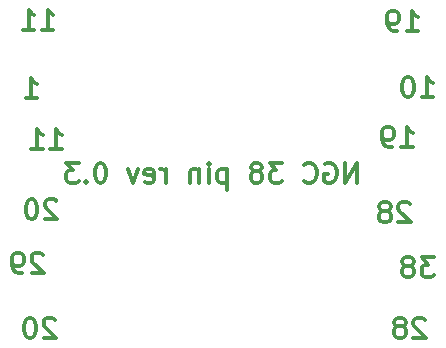
<source format=gbo>
G04 (created by PCBNEW (2013-07-07 BZR 4022)-stable) date 17/06/2015 19:17:38*
%MOIN*%
G04 Gerber Fmt 3.4, Leading zero omitted, Abs format*
%FSLAX34Y34*%
G01*
G70*
G90*
G04 APERTURE LIST*
%ADD10C,0.00590551*%
%ADD11C,0.011811*%
G04 APERTURE END LIST*
G54D10*
G54D11*
X53509Y-63890D02*
X53478Y-63858D01*
X53414Y-63826D01*
X53254Y-63826D01*
X53191Y-63858D01*
X53159Y-63890D01*
X53127Y-63954D01*
X53127Y-64017D01*
X53159Y-64113D01*
X53541Y-64495D01*
X53127Y-64495D01*
X52713Y-63826D02*
X52649Y-63826D01*
X52585Y-63858D01*
X52553Y-63890D01*
X52521Y-63954D01*
X52490Y-64081D01*
X52490Y-64240D01*
X52521Y-64368D01*
X52553Y-64432D01*
X52585Y-64464D01*
X52649Y-64495D01*
X52713Y-64495D01*
X52776Y-64464D01*
X52808Y-64432D01*
X52840Y-64368D01*
X52872Y-64240D01*
X52872Y-64081D01*
X52840Y-63954D01*
X52808Y-63890D01*
X52776Y-63858D01*
X52713Y-63826D01*
X53559Y-59940D02*
X53528Y-59908D01*
X53464Y-59876D01*
X53304Y-59876D01*
X53241Y-59908D01*
X53209Y-59940D01*
X53177Y-60004D01*
X53177Y-60067D01*
X53209Y-60163D01*
X53591Y-60545D01*
X53177Y-60545D01*
X52763Y-59876D02*
X52699Y-59876D01*
X52635Y-59908D01*
X52603Y-59940D01*
X52571Y-60004D01*
X52540Y-60131D01*
X52540Y-60290D01*
X52571Y-60418D01*
X52603Y-60482D01*
X52635Y-60514D01*
X52699Y-60545D01*
X52763Y-60545D01*
X52826Y-60514D01*
X52858Y-60482D01*
X52890Y-60418D01*
X52922Y-60290D01*
X52922Y-60131D01*
X52890Y-60004D01*
X52858Y-59940D01*
X52826Y-59908D01*
X52763Y-59876D01*
X65834Y-63890D02*
X65803Y-63858D01*
X65739Y-63826D01*
X65579Y-63826D01*
X65516Y-63858D01*
X65484Y-63890D01*
X65452Y-63954D01*
X65452Y-64017D01*
X65484Y-64113D01*
X65866Y-64495D01*
X65452Y-64495D01*
X65070Y-64113D02*
X65133Y-64081D01*
X65165Y-64049D01*
X65197Y-63985D01*
X65197Y-63954D01*
X65165Y-63890D01*
X65133Y-63858D01*
X65070Y-63826D01*
X64942Y-63826D01*
X64878Y-63858D01*
X64846Y-63890D01*
X64815Y-63954D01*
X64815Y-63985D01*
X64846Y-64049D01*
X64878Y-64081D01*
X64942Y-64113D01*
X65070Y-64113D01*
X65133Y-64145D01*
X65165Y-64177D01*
X65197Y-64240D01*
X65197Y-64368D01*
X65165Y-64432D01*
X65133Y-64464D01*
X65070Y-64495D01*
X64942Y-64495D01*
X64878Y-64464D01*
X64846Y-64432D01*
X64815Y-64368D01*
X64815Y-64240D01*
X64846Y-64177D01*
X64878Y-64145D01*
X64942Y-64113D01*
X65334Y-60040D02*
X65303Y-60008D01*
X65239Y-59976D01*
X65079Y-59976D01*
X65016Y-60008D01*
X64984Y-60040D01*
X64952Y-60104D01*
X64952Y-60167D01*
X64984Y-60263D01*
X65366Y-60645D01*
X64952Y-60645D01*
X64570Y-60263D02*
X64633Y-60231D01*
X64665Y-60199D01*
X64697Y-60135D01*
X64697Y-60104D01*
X64665Y-60040D01*
X64633Y-60008D01*
X64570Y-59976D01*
X64442Y-59976D01*
X64378Y-60008D01*
X64346Y-60040D01*
X64315Y-60104D01*
X64315Y-60135D01*
X64346Y-60199D01*
X64378Y-60231D01*
X64442Y-60263D01*
X64570Y-60263D01*
X64633Y-60295D01*
X64665Y-60327D01*
X64697Y-60390D01*
X64697Y-60518D01*
X64665Y-60582D01*
X64633Y-60614D01*
X64570Y-60645D01*
X64442Y-60645D01*
X64378Y-60614D01*
X64346Y-60582D01*
X64315Y-60518D01*
X64315Y-60390D01*
X64346Y-60327D01*
X64378Y-60295D01*
X64442Y-60263D01*
X53109Y-61740D02*
X53078Y-61708D01*
X53014Y-61676D01*
X52854Y-61676D01*
X52791Y-61708D01*
X52759Y-61740D01*
X52727Y-61804D01*
X52727Y-61867D01*
X52759Y-61963D01*
X53141Y-62345D01*
X52727Y-62345D01*
X52408Y-62345D02*
X52281Y-62345D01*
X52217Y-62314D01*
X52185Y-62282D01*
X52121Y-62186D01*
X52090Y-62059D01*
X52090Y-61804D01*
X52121Y-61740D01*
X52153Y-61708D01*
X52217Y-61676D01*
X52345Y-61676D01*
X52408Y-61708D01*
X52440Y-61740D01*
X52472Y-61804D01*
X52472Y-61963D01*
X52440Y-62027D01*
X52408Y-62059D01*
X52345Y-62090D01*
X52217Y-62090D01*
X52153Y-62059D01*
X52121Y-62027D01*
X52090Y-61963D01*
X53352Y-58195D02*
X53734Y-58195D01*
X53543Y-58195D02*
X53543Y-57526D01*
X53607Y-57622D01*
X53671Y-57685D01*
X53734Y-57717D01*
X52715Y-58195D02*
X53097Y-58195D01*
X52906Y-58195D02*
X52906Y-57526D01*
X52970Y-57622D01*
X53033Y-57685D01*
X53097Y-57717D01*
X53077Y-54220D02*
X53459Y-54220D01*
X53268Y-54220D02*
X53268Y-53551D01*
X53332Y-53647D01*
X53396Y-53710D01*
X53459Y-53742D01*
X52440Y-54220D02*
X52822Y-54220D01*
X52631Y-54220D02*
X52631Y-53551D01*
X52695Y-53647D01*
X52758Y-53710D01*
X52822Y-53742D01*
X52533Y-56495D02*
X52916Y-56495D01*
X52725Y-56495D02*
X52725Y-55826D01*
X52788Y-55922D01*
X52852Y-55985D01*
X52916Y-56017D01*
X65227Y-54270D02*
X65609Y-54270D01*
X65418Y-54270D02*
X65418Y-53601D01*
X65482Y-53697D01*
X65546Y-53760D01*
X65609Y-53792D01*
X64908Y-54270D02*
X64781Y-54270D01*
X64717Y-54239D01*
X64685Y-54207D01*
X64621Y-54111D01*
X64590Y-53984D01*
X64590Y-53729D01*
X64621Y-53665D01*
X64653Y-53633D01*
X64717Y-53601D01*
X64845Y-53601D01*
X64908Y-53633D01*
X64940Y-53665D01*
X64972Y-53729D01*
X64972Y-53888D01*
X64940Y-53952D01*
X64908Y-53984D01*
X64845Y-54015D01*
X64717Y-54015D01*
X64653Y-53984D01*
X64621Y-53952D01*
X64590Y-53888D01*
X66141Y-61801D02*
X65727Y-61801D01*
X65950Y-62056D01*
X65854Y-62056D01*
X65791Y-62088D01*
X65759Y-62120D01*
X65727Y-62184D01*
X65727Y-62343D01*
X65759Y-62407D01*
X65791Y-62439D01*
X65854Y-62470D01*
X66046Y-62470D01*
X66109Y-62439D01*
X66141Y-62407D01*
X65345Y-62088D02*
X65408Y-62056D01*
X65440Y-62024D01*
X65472Y-61960D01*
X65472Y-61929D01*
X65440Y-61865D01*
X65408Y-61833D01*
X65345Y-61801D01*
X65217Y-61801D01*
X65153Y-61833D01*
X65121Y-61865D01*
X65090Y-61929D01*
X65090Y-61960D01*
X65121Y-62024D01*
X65153Y-62056D01*
X65217Y-62088D01*
X65345Y-62088D01*
X65408Y-62120D01*
X65440Y-62152D01*
X65472Y-62215D01*
X65472Y-62343D01*
X65440Y-62407D01*
X65408Y-62439D01*
X65345Y-62470D01*
X65217Y-62470D01*
X65153Y-62439D01*
X65121Y-62407D01*
X65090Y-62343D01*
X65090Y-62215D01*
X65121Y-62152D01*
X65153Y-62120D01*
X65217Y-62088D01*
X65052Y-58145D02*
X65434Y-58145D01*
X65243Y-58145D02*
X65243Y-57476D01*
X65307Y-57572D01*
X65371Y-57635D01*
X65434Y-57667D01*
X64733Y-58145D02*
X64606Y-58145D01*
X64542Y-58114D01*
X64510Y-58082D01*
X64446Y-57986D01*
X64415Y-57859D01*
X64415Y-57604D01*
X64446Y-57540D01*
X64478Y-57508D01*
X64542Y-57476D01*
X64670Y-57476D01*
X64733Y-57508D01*
X64765Y-57540D01*
X64797Y-57604D01*
X64797Y-57763D01*
X64765Y-57827D01*
X64733Y-57859D01*
X64670Y-57890D01*
X64542Y-57890D01*
X64478Y-57859D01*
X64446Y-57827D01*
X64415Y-57763D01*
X65727Y-56470D02*
X66109Y-56470D01*
X65918Y-56470D02*
X65918Y-55801D01*
X65982Y-55897D01*
X66046Y-55960D01*
X66109Y-55992D01*
X65313Y-55801D02*
X65249Y-55801D01*
X65185Y-55833D01*
X65153Y-55865D01*
X65121Y-55929D01*
X65090Y-56056D01*
X65090Y-56215D01*
X65121Y-56343D01*
X65153Y-56407D01*
X65185Y-56439D01*
X65249Y-56470D01*
X65313Y-56470D01*
X65376Y-56439D01*
X65408Y-56407D01*
X65440Y-56343D01*
X65472Y-56215D01*
X65472Y-56056D01*
X65440Y-55929D01*
X65408Y-55865D01*
X65376Y-55833D01*
X65313Y-55801D01*
X63568Y-59326D02*
X63568Y-58656D01*
X63186Y-59326D01*
X63186Y-58656D01*
X62516Y-58688D02*
X62580Y-58656D01*
X62676Y-58656D01*
X62771Y-58688D01*
X62835Y-58752D01*
X62867Y-58816D01*
X62899Y-58943D01*
X62899Y-59039D01*
X62867Y-59166D01*
X62835Y-59230D01*
X62771Y-59294D01*
X62676Y-59326D01*
X62612Y-59326D01*
X62516Y-59294D01*
X62485Y-59262D01*
X62485Y-59039D01*
X62612Y-59039D01*
X61815Y-59262D02*
X61847Y-59294D01*
X61943Y-59326D01*
X62006Y-59326D01*
X62102Y-59294D01*
X62166Y-59230D01*
X62198Y-59166D01*
X62230Y-59039D01*
X62230Y-58943D01*
X62198Y-58816D01*
X62166Y-58752D01*
X62102Y-58688D01*
X62006Y-58656D01*
X61943Y-58656D01*
X61847Y-58688D01*
X61815Y-58720D01*
X61082Y-58656D02*
X60668Y-58656D01*
X60891Y-58911D01*
X60795Y-58911D01*
X60732Y-58943D01*
X60700Y-58975D01*
X60668Y-59039D01*
X60668Y-59198D01*
X60700Y-59262D01*
X60732Y-59294D01*
X60795Y-59326D01*
X60987Y-59326D01*
X61050Y-59294D01*
X61082Y-59262D01*
X60285Y-58943D02*
X60349Y-58911D01*
X60381Y-58879D01*
X60413Y-58816D01*
X60413Y-58784D01*
X60381Y-58720D01*
X60349Y-58688D01*
X60285Y-58656D01*
X60158Y-58656D01*
X60094Y-58688D01*
X60062Y-58720D01*
X60030Y-58784D01*
X60030Y-58816D01*
X60062Y-58879D01*
X60094Y-58911D01*
X60158Y-58943D01*
X60285Y-58943D01*
X60349Y-58975D01*
X60381Y-59007D01*
X60413Y-59071D01*
X60413Y-59198D01*
X60381Y-59262D01*
X60349Y-59294D01*
X60285Y-59326D01*
X60158Y-59326D01*
X60094Y-59294D01*
X60062Y-59262D01*
X60030Y-59198D01*
X60030Y-59071D01*
X60062Y-59007D01*
X60094Y-58975D01*
X60158Y-58943D01*
X59234Y-58879D02*
X59234Y-59549D01*
X59234Y-58911D02*
X59170Y-58879D01*
X59042Y-58879D01*
X58979Y-58911D01*
X58947Y-58943D01*
X58915Y-59007D01*
X58915Y-59198D01*
X58947Y-59262D01*
X58979Y-59294D01*
X59042Y-59326D01*
X59170Y-59326D01*
X59234Y-59294D01*
X58628Y-59326D02*
X58628Y-58879D01*
X58628Y-58656D02*
X58660Y-58688D01*
X58628Y-58720D01*
X58596Y-58688D01*
X58628Y-58656D01*
X58628Y-58720D01*
X58309Y-58879D02*
X58309Y-59326D01*
X58309Y-58943D02*
X58278Y-58911D01*
X58214Y-58879D01*
X58118Y-58879D01*
X58054Y-58911D01*
X58023Y-58975D01*
X58023Y-59326D01*
X57194Y-59326D02*
X57194Y-58879D01*
X57194Y-59007D02*
X57162Y-58943D01*
X57130Y-58911D01*
X57066Y-58879D01*
X57003Y-58879D01*
X56525Y-59294D02*
X56588Y-59326D01*
X56716Y-59326D01*
X56780Y-59294D01*
X56811Y-59230D01*
X56811Y-58975D01*
X56780Y-58911D01*
X56716Y-58879D01*
X56588Y-58879D01*
X56525Y-58911D01*
X56493Y-58975D01*
X56493Y-59039D01*
X56811Y-59102D01*
X56270Y-58879D02*
X56110Y-59326D01*
X55951Y-58879D01*
X55059Y-58656D02*
X54995Y-58656D01*
X54931Y-58688D01*
X54899Y-58720D01*
X54867Y-58784D01*
X54835Y-58911D01*
X54835Y-59071D01*
X54867Y-59198D01*
X54899Y-59262D01*
X54931Y-59294D01*
X54995Y-59326D01*
X55059Y-59326D01*
X55122Y-59294D01*
X55154Y-59262D01*
X55186Y-59198D01*
X55218Y-59071D01*
X55218Y-58911D01*
X55186Y-58784D01*
X55154Y-58720D01*
X55122Y-58688D01*
X55059Y-58656D01*
X54549Y-59262D02*
X54517Y-59294D01*
X54549Y-59326D01*
X54580Y-59294D01*
X54549Y-59262D01*
X54549Y-59326D01*
X54294Y-58656D02*
X53879Y-58656D01*
X54102Y-58911D01*
X54007Y-58911D01*
X53943Y-58943D01*
X53911Y-58975D01*
X53879Y-59039D01*
X53879Y-59198D01*
X53911Y-59262D01*
X53943Y-59294D01*
X54007Y-59326D01*
X54198Y-59326D01*
X54262Y-59294D01*
X54294Y-59262D01*
M02*

</source>
